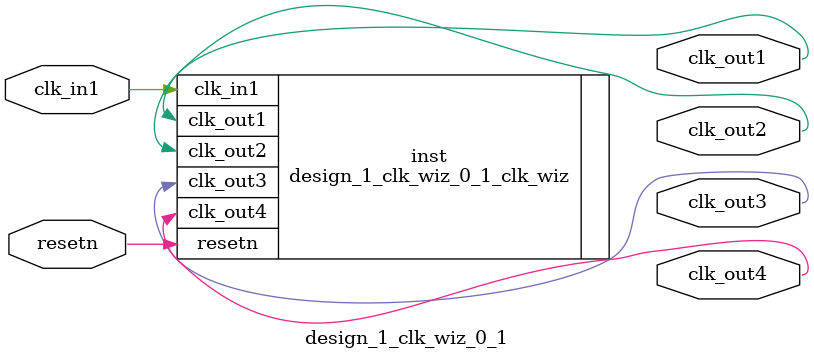
<source format=v>


`timescale 1ps/1ps

(* CORE_GENERATION_INFO = "design_1_clk_wiz_0_1,clk_wiz_v6_0_3_0_0,{component_name=design_1_clk_wiz_0_1,use_phase_alignment=true,use_min_o_jitter=true,use_max_i_jitter=false,use_dyn_phase_shift=false,use_inclk_switchover=false,use_dyn_reconfig=false,enable_axi=0,feedback_source=FDBK_AUTO,PRIMITIVE=MMCM,num_out_clk=4,clkin1_period=10.000,clkin2_period=10.000,use_power_down=false,use_reset=true,use_locked=false,use_inclk_stopped=false,feedback_type=SINGLE,CLOCK_MGR_TYPE=NA,manual_override=false}" *)

module design_1_clk_wiz_0_1 
 (
  // Clock out ports
  output        clk_out1,
  output        clk_out2,
  output        clk_out3,
  output        clk_out4,
  // Status and control signals
  input         resetn,
 // Clock in ports
  input         clk_in1
 );

  design_1_clk_wiz_0_1_clk_wiz inst
  (
  // Clock out ports  
  .clk_out1(clk_out1),
  .clk_out2(clk_out2),
  .clk_out3(clk_out3),
  .clk_out4(clk_out4),
  // Status and control signals               
  .resetn(resetn), 
 // Clock in ports
  .clk_in1(clk_in1)
  );

endmodule

</source>
